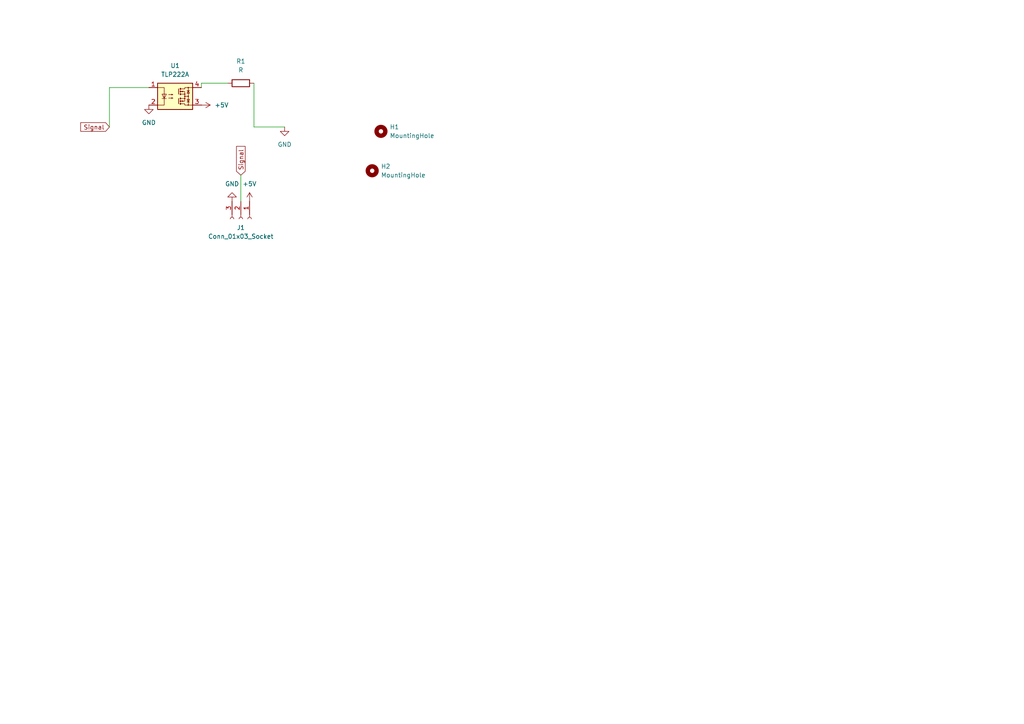
<source format=kicad_sch>
(kicad_sch (version 20231120) (generator "eeschema") (generator_version "8.0")
  (paper "A4")
  (lib_symbols
    (symbol "+5V_1" (power) (pin_numbers hide) (pin_names (offset 0) hide)
      (property "Value" "+5V" (at 0 3.556 0))
      (symbol "+5V_1_0_1"
        (polyline (pts (xy -0.762 1.27) (xy 0 2.54)))
        (polyline (pts (xy 0 0) (xy 0 2.54)))
        (polyline (pts (xy 0 2.54) (xy 0.762 1.27)))
      )
      (symbol "+5V_1_1_1"
        (pin power_in line (at 0 0 90) (length 0) (name "~") (number "1"))
      )
    )
    (symbol "Connector:Conn_01x03_Socket" (pin_names (offset 1.016) hide)
      (property "Reference" "J" (at 0 5.08 0))
      (property "Value" "Conn_01x03_Socket" (at 0 -5.08 0))
      (symbol "Conn_01x03_Socket_1_1"
        (arc (start 0 -2.032) (mid -0.5058 -2.54) (end 0 -3.048) (stroke (width 0.1524)))
        (polyline (pts (xy -1.27 -2.54) (xy -0.508 -2.54)) (stroke (width 0.1524)))
        (polyline (pts (xy -1.27 0) (xy -0.508 0)) (stroke (width 0.1524)))
        (polyline (pts (xy -1.27 2.54) (xy -0.508 2.54)) (stroke (width 0.1524)))
        (arc (start 0 0.508) (mid -0.5058 0) (end 0 -0.508) (stroke (width 0.1524)))
        (arc (start 0 3.048) (mid -0.5058 2.54) (end 0 2.032) (stroke (width 0.1524)))
        (pin passive line (at -5.08 2.54 0) (length 3.81) (name "Pin_1") (number "1"))
        (pin passive line (at -5.08 0 0) (length 3.81) (name "Pin_2") (number "2"))
        (pin passive line (at -5.08 -2.54 0) (length 3.81) (name "Pin_3") (number "3"))
      )
    )
    (symbol "Device:R" (pin_numbers hide) (pin_names (offset 0))
      (property "Reference" "R" (at 2.032 0 90))
      (property "Value" "R" (at 0 0 90))
      (symbol "R_0_1"
        (rectangle (start -1.016 -2.54) (end 1.016 2.54) (stroke (width 0.254)))
      )
      (symbol "R_1_1"
        (pin passive line (at 0 3.81 270) (length 1.27) (name "~") (number "1"))
        (pin passive line (at 0 -3.81 90) (length 1.27) (name "~") (number "2"))
      )
    )
    (symbol "Mechanical:MountingHole" (pin_names (offset 1.016))
      (property "Reference" "H" (at 0 5.08 0))
      (property "Value" "MountingHole" (at 0 3.175 0))
      (symbol "MountingHole_0_1"
        (circle (center 0 0) (radius 1.27) (stroke (width 1.27)))
      )
    )
    (symbol "Relay_SolidState:TLP222A"
      (property "Reference" "U" (at -5.08 5.08 0))
      (property "Value" "TLP222A" (at 0 5.08 0))
      (symbol "TLP222A_0_1"
        (rectangle (start -5.08 3.81) (end 5.08 -3.81) (stroke (width 0.254)) (fill (type background)))
        (polyline (pts (xy -3.81 -0.635) (xy -2.54 -0.635)))
        (polyline (pts (xy 1.016 -0.635) (xy 1.016 -2.159)) (stroke (width 0.2032)))
        (polyline (pts (xy 1.016 2.159) (xy 1.016 0.635)) (stroke (width 0.2032)))
        (polyline (pts (xy 1.524 -0.508) (xy 1.524 -0.762)) (stroke (width 0.3556)))
        (polyline (pts (xy 2.794 0) (xy 3.81 0)))
        (polyline (pts (xy 3.429 -1.651) (xy 4.191 -1.651)))
        (polyline (pts (xy 3.429 1.651) (xy 4.191 1.651)))
        (polyline (pts (xy 3.81 -2.54) (xy 3.81 2.54)))
        (polyline (pts (xy 1.524 -2.032) (xy 1.524 -2.286) (xy 1.524 -2.286)) (stroke (width 0.3556)))
        (polyline (pts (xy 1.524 -1.27) (xy 1.524 -1.524) (xy 1.524 -1.524)) (stroke (width 0.3556)))
        (polyline (pts (xy 1.524 0.762) (xy 1.524 0.508) (xy 1.524 0.508)) (stroke (width 0.3556)))
        (polyline (pts (xy 1.524 1.524) (xy 1.524 1.27) (xy 1.524 1.27)) (stroke (width 0.3556)))
        (polyline (pts (xy 1.524 2.286) (xy 1.524 2.032) (xy 1.524 2.032)) (stroke (width 0.3556)))
        (polyline (pts (xy 1.651 -1.397) (xy 2.794 -1.397) (xy 2.794 -0.635)))
        (polyline (pts (xy 1.651 1.397) (xy 2.794 1.397) (xy 2.794 0.635)))
        (polyline (pts (xy -5.08 2.54) (xy -3.175 2.54) (xy -3.175 -2.54) (xy -5.08 -2.54)))
        (polyline (pts (xy -3.175 -0.635) (xy -3.81 0.635) (xy -2.54 0.635) (xy -3.175 -0.635)))
        (polyline (pts (xy 1.651 -2.159) (xy 2.794 -2.159) (xy 2.794 -2.54) (xy 5.08 -2.54)))
        (polyline (pts (xy 1.651 -0.635) (xy 2.794 -0.635) (xy 2.794 0.635) (xy 1.651 0.635)))
        (polyline (pts (xy 1.651 2.159) (xy 2.794 2.159) (xy 2.794 2.54) (xy 5.08 2.54)))
        (polyline (pts (xy 1.778 -1.397) (xy 2.286 -1.27) (xy 2.286 -1.524) (xy 1.778 -1.397)))
        (polyline (pts (xy 1.778 1.397) (xy 2.286 1.524) (xy 2.286 1.27) (xy 1.778 1.397)))
        (polyline (pts (xy 3.81 -1.651) (xy 3.429 -0.889) (xy 4.191 -0.889) (xy 3.81 -1.651)))
        (polyline (pts (xy 3.81 1.651) (xy 3.429 0.889) (xy 4.191 0.889) (xy 3.81 1.651)))
        (polyline (pts (xy -1.905 -0.508) (xy -0.635 -0.508) (xy -1.016 -0.635) (xy -1.016 -0.381) (xy -0.635 -0.508)))
        (polyline (pts (xy -1.905 0.508) (xy -0.635 0.508) (xy -1.016 0.381) (xy -1.016 0.635) (xy -0.635 0.508)))
        (circle (center 2.794 -0.635) (radius 0.127))
        (circle (center 2.794 0) (radius 0.127))
        (circle (center 2.794 0.635) (radius 0.127))
        (circle (center 3.81 -2.54) (radius 0.127))
        (circle (center 3.81 0) (radius 0.127))
        (circle (center 3.81 2.54) (radius 0.127))
      )
      (symbol "TLP222A_1_1"
        (pin passive line (at -7.62 2.54 0) (length 2.54) (name "~") (number "1"))
        (pin passive line (at -7.62 -2.54 0) (length 2.54) (name "~") (number "2"))
        (pin passive line (at 7.62 -2.54 180) (length 2.54) (name "~") (number "3"))
        (pin passive line (at 7.62 2.54 180) (length 2.54) (name "~") (number "4"))
      )
    )
    (symbol "power:+5V" (power) (pin_names (offset 0))
      (property "Value" "+5V" (at 0 3.556 0))
      (symbol "+5V_0_1"
        (polyline (pts (xy -0.762 1.27) (xy 0 2.54)))
        (polyline (pts (xy 0 0) (xy 0 2.54)))
        (polyline (pts (xy 0 2.54) (xy 0.762 1.27)))
      )
      (symbol "+5V_1_1"
        (pin power_in line (at 0 0 90) (length 0) hide (name "+5V") (number "1"))
      )
    )
    (symbol "power:GND" (power) (pin_names (offset 0))
      (property "Value" "GND" (at 0 -3.81 0))
      (symbol "GND_0_1"
        (polyline (pts (xy 0 0) (xy 0 -1.27) (xy 1.27 -1.27) (xy 0 -2.54) (xy -1.27 -1.27) (xy 0 -1.27)))
      )
      (symbol "GND_1_1"
        (pin power_in line (at 0 0 270) (length 0) hide (name "GND") (number "1"))
      )
    )
  )
  (wire (pts (xy 82.55 36.83) (xy 73.66 36.83)))
  (wire (pts (xy 69.85 50.8) (xy 69.85 58.42)))
  (wire (pts (xy 58.42 24.13) (xy 58.42 25.4)))
  (wire (pts (xy 66.04 24.13) (xy 58.42 24.13)))
  (wire (pts (xy 31.75 25.4) (xy 43.18 25.4)))
  (wire (pts (xy 31.75 36.83) (xy 31.75 25.4)))
  (wire (pts (xy 73.66 36.83) (xy 73.66 24.13)))
  (global_label "Signal" (shape input) (at 31.75 36.83 180) (property "Intersheetrefs" "${INTERSHEET_REFS}" (effects (hide yes))))
  (global_label "Signal" (shape input) (at 69.85 50.8 90) (property "Intersheetrefs" "${INTERSHEET_REFS}" (effects (hide yes))))
  (symbol (lib_id "Device:R") (at 69.85 24.13 90) (unit 1)
    (property "Reference" "R1" (at 69.85 17.78 90))
    (property "Value" "R" (at 69.85 20.32 90))
    (property "Footprint" "Resistor_SMD:wireconnector" (effects (hide yes)))
  )
  (symbol (lib_name "+5V_1") (lib_id "power:+5V") (at 58.42 30.48 270) (unit 1)
    (property "Reference" "#PWR05" (effects (hide yes)))
    (property "Value" "+5V" (at 62.23 30.4799 90) (effects (justify left)))
    (property "Description" "Power symbol creates a global label with name \"+5V\"" (effects (hide yes)))
  )
  (symbol (lib_id "Relay_SolidState:TLP222A") (at 50.8 27.94 0) (unit 1)
    (property "Reference" "U1" (at 50.8 19.05 0))
    (property "Value" "TLP222A" (at 50.8 21.59 0))
    (property "Footprint" "Package_DIP:DIP-4_W7.62mm" (effects (hide yes)))
    (property "Datasheet" "https://toshiba.semicon-storage.com/info/docget.jsp?did=17036&prodName=TLP222A" (effects (hide yes)))
    (property "Description" "MOSFET Photorelay 1-Form-A, Voff 60V, Ion 0,5A, DIP4" (effects (hide yes)))
  )
  (symbol (lib_id "power:+5V") (at 72.39 58.42 0) (unit 1)
    (property "Reference" "#PWR03" (effects (hide yes)))
    (property "Value" "+5V" (at 72.39 53.34 0))
  )
  (symbol (lib_id "Connector:Conn_01x03_Socket") (at 69.85 63.5 270) (unit 1)
    (property "Reference" "J1" (at 69.85 66.04 90))
    (property "Value" "Conn_01x03_Socket" (at 69.85 68.58 90))
    (property "Footprint" "Connector_JST:JST_XH_B3B-XH-A_1x03_P2.50mm_Vertical" (effects (hide yes)))
  )
  (symbol (lib_id "Mechanical:MountingHole") (at 107.95 49.53 0) (unit 1)
    (property "Reference" "H2" (at 110.49 48.26 0) (effects (justify left)))
    (property "Value" "MountingHole" (at 110.49 50.8 0) (effects (justify left)))
    (property "Footprint" "MountingHole:MountingHole_3.2mm_M3" (effects (hide yes)))
  )
  (symbol (lib_id "Mechanical:MountingHole") (at 110.49 38.1 0) (unit 1)
    (property "Reference" "H1" (at 113.03 36.83 0) (effects (justify left)))
    (property "Value" "MountingHole" (at 113.03 39.37 0) (effects (justify left)))
    (property "Footprint" "MountingHole:MountingHole_3.2mm_M3" (effects (hide yes)))
  )
  (symbol (lib_id "power:GND") (at 67.31 58.42 180) (unit 1)
    (property "Reference" "#PWR04" (effects (hide yes)))
    (property "Value" "GND" (at 67.31 53.34 0))
  )
  (symbol (lib_id "power:GND") (at 82.55 36.83 0) (unit 1)
    (property "Reference" "#PWR01" (effects (hide yes)))
    (property "Value" "GND" (at 82.55 41.91 0))
  )
  (symbol (lib_id "power:GND") (at 43.18 30.48 0) (unit 1)
    (property "Reference" "#PWR02" (effects (hide yes)))
    (property "Value" "GND" (at 43.18 35.56 0))
  )
)
</source>
